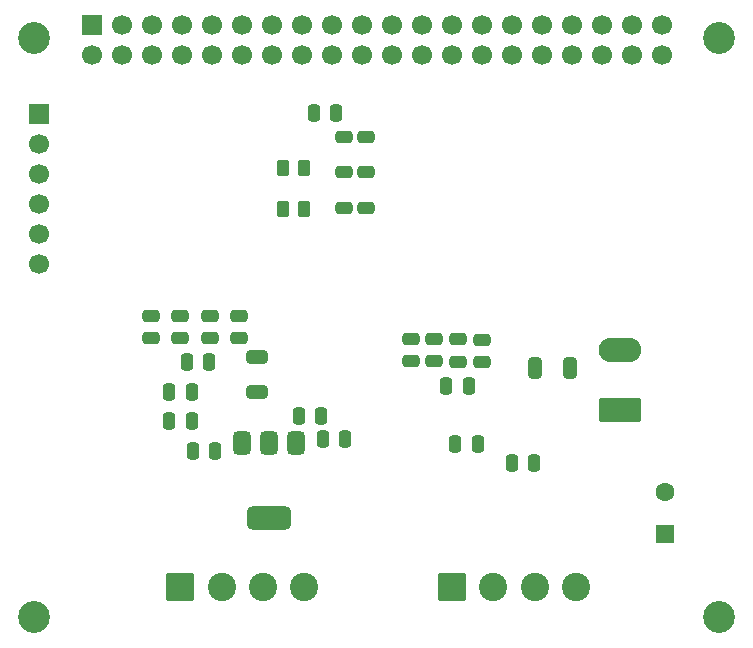
<source format=gbs>
%TF.GenerationSoftware,KiCad,Pcbnew,9.0.7*%
%TF.CreationDate,2026-02-05T23:33:27-06:00*%
%TF.ProjectId,dac_amp,6461635f-616d-4702-9e6b-696361645f70,rev?*%
%TF.SameCoordinates,Original*%
%TF.FileFunction,Soldermask,Bot*%
%TF.FilePolarity,Negative*%
%FSLAX46Y46*%
G04 Gerber Fmt 4.6, Leading zero omitted, Abs format (unit mm)*
G04 Created by KiCad (PCBNEW 9.0.7) date 2026-02-05 23:33:27*
%MOMM*%
%LPD*%
G01*
G04 APERTURE LIST*
G04 Aperture macros list*
%AMRoundRect*
0 Rectangle with rounded corners*
0 $1 Rounding radius*
0 $2 $3 $4 $5 $6 $7 $8 $9 X,Y pos of 4 corners*
0 Add a 4 corners polygon primitive as box body*
4,1,4,$2,$3,$4,$5,$6,$7,$8,$9,$2,$3,0*
0 Add four circle primitives for the rounded corners*
1,1,$1+$1,$2,$3*
1,1,$1+$1,$4,$5*
1,1,$1+$1,$6,$7*
1,1,$1+$1,$8,$9*
0 Add four rect primitives between the rounded corners*
20,1,$1+$1,$2,$3,$4,$5,0*
20,1,$1+$1,$4,$5,$6,$7,0*
20,1,$1+$1,$6,$7,$8,$9,0*
20,1,$1+$1,$8,$9,$2,$3,0*%
G04 Aperture macros list end*
%ADD10RoundRect,0.250000X0.250000X0.475000X-0.250000X0.475000X-0.250000X-0.475000X0.250000X-0.475000X0*%
%ADD11RoundRect,0.250000X-0.650000X0.325000X-0.650000X-0.325000X0.650000X-0.325000X0.650000X0.325000X0*%
%ADD12RoundRect,0.250001X-0.949999X-0.949999X0.949999X-0.949999X0.949999X0.949999X-0.949999X0.949999X0*%
%ADD13C,2.400000*%
%ADD14RoundRect,0.250000X-0.475000X0.250000X-0.475000X-0.250000X0.475000X-0.250000X0.475000X0.250000X0*%
%ADD15RoundRect,0.250000X0.475000X-0.250000X0.475000X0.250000X-0.475000X0.250000X-0.475000X-0.250000X0*%
%ADD16RoundRect,0.250000X0.550000X-0.550000X0.550000X0.550000X-0.550000X0.550000X-0.550000X-0.550000X0*%
%ADD17C,1.600000*%
%ADD18RoundRect,0.250000X-0.250000X-0.475000X0.250000X-0.475000X0.250000X0.475000X-0.250000X0.475000X0*%
%ADD19R,1.700000X1.700000*%
%ADD20C,1.700000*%
%ADD21RoundRect,0.250000X0.262500X0.450000X-0.262500X0.450000X-0.262500X-0.450000X0.262500X-0.450000X0*%
%ADD22RoundRect,0.250001X-0.949999X0.949999X-0.949999X-0.949999X0.949999X-0.949999X0.949999X0.949999X0*%
%ADD23C,2.700000*%
%ADD24RoundRect,0.250000X0.325000X0.650000X-0.325000X0.650000X-0.325000X-0.650000X0.325000X-0.650000X0*%
%ADD25RoundRect,0.249999X-1.550001X0.790001X-1.550001X-0.790001X1.550001X-0.790001X1.550001X0.790001X0*%
%ADD26O,3.600000X2.080000*%
%ADD27RoundRect,0.375000X-0.375000X0.625000X-0.375000X-0.625000X0.375000X-0.625000X0.375000X0.625000X0*%
%ADD28RoundRect,0.500000X-1.400000X0.500000X-1.400000X-0.500000X1.400000X-0.500000X1.400000X0.500000X0*%
G04 APERTURE END LIST*
D10*
%TO.C,C9*%
X142662500Y-70875000D03*
X140762500Y-70875000D03*
%TD*%
D11*
%TO.C,C19*%
X124000000Y-63525000D03*
X124000000Y-66475000D03*
%TD*%
D12*
%TO.C,J3*%
X117500000Y-83000000D03*
D13*
X121000000Y-83000000D03*
X124500000Y-83000000D03*
X128000000Y-83000000D03*
%TD*%
D14*
%TO.C,C12*%
X117500000Y-60050000D03*
X117500000Y-61950000D03*
%TD*%
D15*
%TO.C,C6*%
X131350000Y-44900000D03*
X133250000Y-44900000D03*
%TD*%
D16*
%TO.C,C31*%
X158500000Y-78500000D03*
D17*
X158500000Y-75000000D03*
%TD*%
D18*
%TO.C,C32*%
X127550000Y-68500000D03*
X129450000Y-68500000D03*
%TD*%
D15*
%TO.C,C4*%
X131350000Y-50900000D03*
X133250000Y-50900000D03*
%TD*%
D14*
%TO.C,C16*%
X139000000Y-62000000D03*
X139000000Y-63900000D03*
%TD*%
%TO.C,C13*%
X120000000Y-60050000D03*
X120000000Y-61950000D03*
%TD*%
%TO.C,C14*%
X122500000Y-60050000D03*
X122500000Y-61950000D03*
%TD*%
%TO.C,C11*%
X115000000Y-60050000D03*
X115000000Y-61950000D03*
%TD*%
D18*
%TO.C,C7*%
X116550000Y-69000000D03*
X118450000Y-69000000D03*
%TD*%
D19*
%TO.C,J7*%
X109980000Y-35460000D03*
D20*
X109980000Y-38000000D03*
X112520000Y-35460000D03*
X112520000Y-38000000D03*
X115060000Y-35460000D03*
X115060000Y-38000000D03*
X117600000Y-35460000D03*
X117600000Y-38000000D03*
X120140000Y-35460000D03*
X120140000Y-38000000D03*
X122680000Y-35460000D03*
X122680000Y-38000000D03*
X125220000Y-35460000D03*
X125220000Y-38000000D03*
X127760000Y-35460000D03*
X127760000Y-38000000D03*
X130300000Y-35460000D03*
X130300000Y-38000000D03*
X132840000Y-35460000D03*
X132840000Y-38000000D03*
X135380000Y-35460000D03*
X135380000Y-38000000D03*
X137920000Y-35460000D03*
X137920000Y-38000000D03*
X140460000Y-35460000D03*
X140460000Y-38000000D03*
X143000000Y-35460000D03*
X143000000Y-38000000D03*
X145540000Y-35460000D03*
X145540000Y-38000000D03*
X148080000Y-35460000D03*
X148080000Y-38000000D03*
X150620000Y-35460000D03*
X150620000Y-38000000D03*
X153160000Y-35460000D03*
X153160000Y-38000000D03*
X155700000Y-35460000D03*
X155700000Y-38000000D03*
X158240000Y-35460000D03*
X158240000Y-38000000D03*
%TD*%
D15*
%TO.C,C5*%
X131350000Y-47900000D03*
X133250000Y-47900000D03*
%TD*%
D21*
%TO.C,R1*%
X128000000Y-47500000D03*
X126175000Y-47500000D03*
%TD*%
D14*
%TO.C,C17*%
X141000000Y-62050000D03*
X141000000Y-63950000D03*
%TD*%
D10*
%TO.C,C22*%
X141900000Y-66000000D03*
X140000000Y-66000000D03*
%TD*%
D21*
%TO.C,R2*%
X128000000Y-51000000D03*
X126175000Y-51000000D03*
%TD*%
D22*
%TO.C,J4*%
X140500000Y-83000000D03*
D13*
X144000000Y-83000000D03*
X147500000Y-83000000D03*
X151000000Y-83000000D03*
%TD*%
D14*
%TO.C,C18*%
X143000000Y-62100000D03*
X143000000Y-64000000D03*
%TD*%
D18*
%TO.C,C8*%
X116550000Y-66500000D03*
X118450000Y-66500000D03*
%TD*%
D14*
%TO.C,C15*%
X137000000Y-62000000D03*
X137000000Y-63900000D03*
%TD*%
D23*
%TO.C,H1*%
X105100000Y-36520000D03*
%TD*%
%TO.C,H2*%
X163100000Y-36520000D03*
%TD*%
%TO.C,H3*%
X105100000Y-85520000D03*
%TD*%
%TO.C,H4*%
X163100000Y-85520000D03*
%TD*%
D19*
%TO.C,J1*%
X105500000Y-42960000D03*
D20*
X105500000Y-45500000D03*
X105500000Y-48040000D03*
X105500000Y-50580000D03*
X105500000Y-53120000D03*
X105500000Y-55660000D03*
%TD*%
D10*
%TO.C,C10*%
X147450000Y-72500000D03*
X145550000Y-72500000D03*
%TD*%
D18*
%TO.C,C21*%
X118050000Y-64000000D03*
X119950000Y-64000000D03*
%TD*%
D24*
%TO.C,C20*%
X150475000Y-64500000D03*
X147525000Y-64500000D03*
%TD*%
D25*
%TO.C,J2*%
X154722500Y-68045000D03*
D26*
X154722500Y-62965000D03*
%TD*%
D27*
%TO.C,U2*%
X122700000Y-70850000D03*
X125000000Y-70850000D03*
D28*
X125000000Y-77150000D03*
D27*
X127300000Y-70850000D03*
%TD*%
D10*
%TO.C,C1*%
X131450000Y-70500000D03*
X129550000Y-70500000D03*
%TD*%
%TO.C,C3*%
X120450000Y-71500000D03*
X118550000Y-71500000D03*
%TD*%
D18*
%TO.C,C2*%
X128800000Y-42900000D03*
X130700000Y-42900000D03*
%TD*%
M02*

</source>
